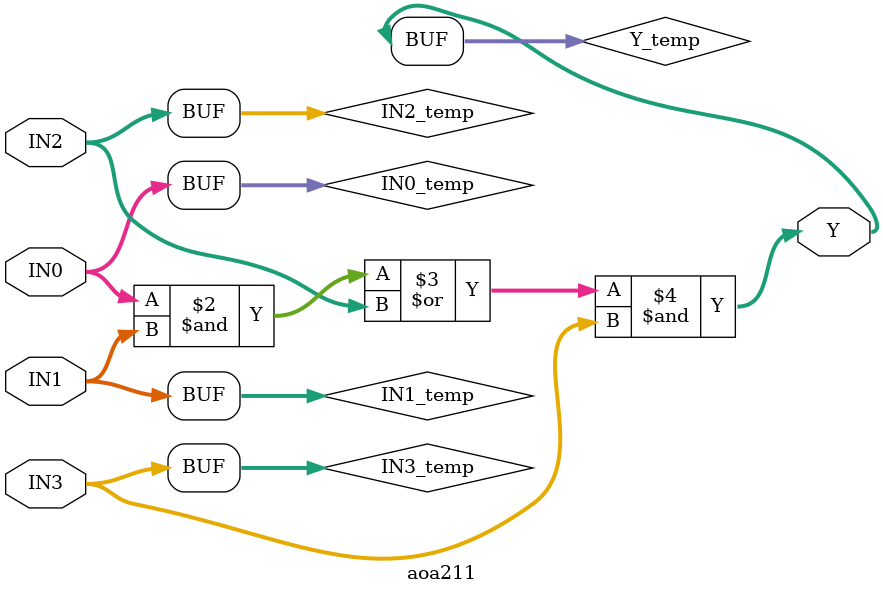
<source format=v>
module aoa211(IN0,IN1,IN2,IN3,Y);
  parameter N = 8;
  parameter DPFLAG = 0;
  parameter GROUP = "std";
  parameter
        d_IN0 = 0,
        d_IN1 = 0,
        d_IN2 = 0,
        d_IN3 = 0,
        d_Y = 1;
  input [(N - 1):0] IN0;
  input [(N - 1):0] IN1;
  input [(N - 1):0] IN2;
  input [(N - 1):0] IN3;
  output [(N - 1):0] Y;
  wire [(N - 1):0] IN0_temp;
  wire [(N - 1):0] IN1_temp;
  wire [(N - 1):0] IN2_temp;
  wire [(N - 1):0] IN3_temp;
  reg [(N - 1):0] Y_temp;
  assign #(d_IN0) IN0_temp = IN0;
  assign #(d_IN1) IN1_temp = IN1;
  assign #(d_IN2) IN2_temp = IN2;
  assign #(d_IN3) IN3_temp = IN3;
  assign #(d_Y) Y = Y_temp;
  initial
    begin
    if((DPFLAG == 1))
      $display("(WARNING) The instance %m of type aoa211 can't be implemented as a data-path cell");
    end
  always
    @(IN0_temp or IN1_temp or IN2_temp or IN3_temp)
      begin
      Y_temp = (((IN0_temp & IN1_temp) | IN2_temp) & IN3_temp);
      end
endmodule

</source>
